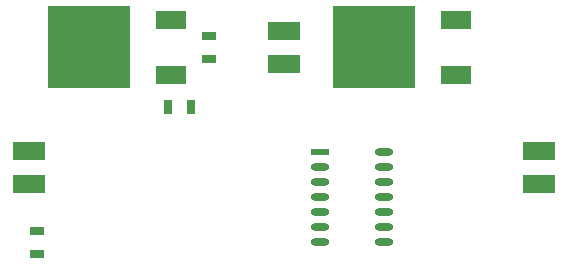
<source format=gtp>
%FSLAX25Y25*%
%MOIN*%
G70*
G01*
G75*
G04 Layer_Color=8421504*
%ADD10O,0.06102X0.02362*%
%ADD11R,0.06102X0.02362*%
%ADD12R,0.09843X0.05906*%
%ADD13R,0.27559X0.27559*%
%ADD14R,0.05118X0.02756*%
%ADD15R,0.10630X0.06299*%
%ADD16R,0.02756X0.05118*%
%ADD17C,0.02000*%
%ADD18C,0.05000*%
%ADD19C,0.03000*%
%ADD20C,0.37500*%
%ADD21C,0.08000*%
%ADD22C,0.06299*%
%ADD23C,0.04724*%
%ADD24C,0.05512*%
%ADD25C,0.05000*%
%ADD26R,0.04000X0.08000*%
%ADD27R,0.40000X0.40000*%
%ADD28C,0.00787*%
%ADD29C,0.03937*%
%ADD30C,0.00500*%
%ADD31C,0.01969*%
%ADD32C,0.01000*%
%ADD33C,0.00700*%
%ADD34R,0.27500X0.32500*%
%ADD35R,0.45000X0.22500*%
D10*
X738130Y195000D02*
D03*
Y200000D02*
D03*
Y205000D02*
D03*
Y210000D02*
D03*
Y215000D02*
D03*
Y220000D02*
D03*
Y225000D02*
D03*
X716870Y195000D02*
D03*
Y200000D02*
D03*
Y205000D02*
D03*
Y210000D02*
D03*
Y215000D02*
D03*
Y220000D02*
D03*
D11*
Y225000D02*
D03*
D12*
X762165Y269055D02*
D03*
Y250945D02*
D03*
X667165Y269055D02*
D03*
Y250945D02*
D03*
D13*
X735000Y260000D02*
D03*
X640000D02*
D03*
D14*
X622500Y198740D02*
D03*
Y191260D02*
D03*
X680000Y263740D02*
D03*
Y256260D02*
D03*
D15*
X705000Y254488D02*
D03*
Y265512D02*
D03*
X620000Y225512D02*
D03*
Y214488D02*
D03*
X790000D02*
D03*
Y225512D02*
D03*
D16*
X673740Y240000D02*
D03*
X666260D02*
D03*
M02*

</source>
